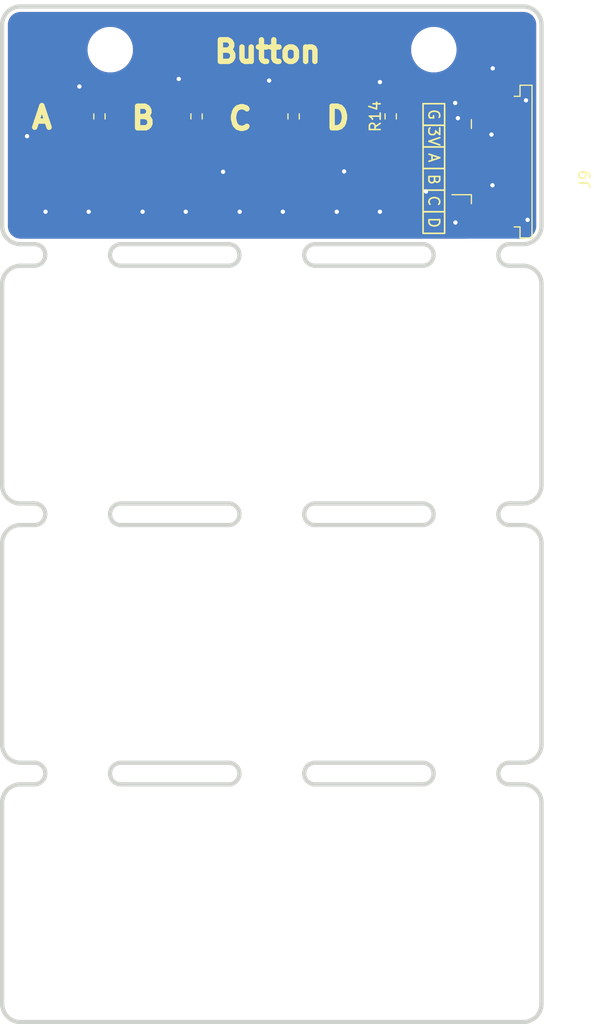
<source format=kicad_pcb>
(kicad_pcb (version 20211014) (generator pcbnew)
  (layers (0 "F.Cu" signal) (31 "B.Cu" signal) (34 "B.Paste" user) (35 "F.Paste" user) (36 "B.SilkS" user "B.Silkscreen") (37 "F.SilkS" user "F.Silkscreen") (38 "B.Mask" user) (39 "F.Mask" user) (44 "Edge.Cuts" user))
  (net 0 "")
  (net 1 "GND")
  (net 2 "+3V3")
  (net 3 "/Button A")
  (net 4 "/Button B")
  (net 5 "/Button C")
  (net 6 "/Button D")
  (footprint "MountingHole:drilled_0_3" (layer "F.Cu") (at 130 63.33)
    (fp_text reference "REF**" hide)
    (fp_text value "r" hide)
    (pad "" np_thru_hole circle (at 0 0) (size 0.5 0.5) (drill 0.5) (layers F&B.Cu *.Mask))
  )
  (footprint "MountingHole:drilled_0_3" (layer "F.Cu") (at 149 63.33)
    (fp_text reference "REF**" hide)
    (fp_text value "r" hide)
    (pad "" np_thru_hole circle (at 0 0) (size 0.5 0.5) (drill 0.5) (layers F&B.Cu *.Mask))
  )
  (footprint "Resistor_SMD:R_0603_1608Metric" (layer "F.Cu") (at 112.87 50.475 90)
    (fp_text reference "R4" hide)
    (fp_text value "10k")
    (fp_line (start -0.237258 0.5225) (end 0.237258 0.5225) (layer "F.SilkS") (width 0.12))
    (fp_line (start -0.237258 -0.5225) (end 0.237258 -0.5225) (layer "F.SilkS") (width 0.12))
    (pad "1" smd roundrect locked (at -0.825 0 90) (size 0.8 0.95) (layers "F.Cu" "F.Paste" "F.Mask") (net 3 "/Button A"))
    (pad "2" smd roundrect locked (at 0.825 0 90) (size 0.8 0.95) (layers "F.Cu" "F.Paste" "F.Mask") (net 2 "+3V3"))
  )
  (footprint "MountingHole:drilled_0_3" (layer "F.Cu") (at 108.74 63.33)
    (fp_text reference "REF**" hide)
    (fp_text value "r" hide)
    (pad "" np_thru_hole circle (at 0 0) (size 0.5 0.5) (drill 0.5) (layers F&B.Cu *.Mask))
  )
  (footprint "Button_Switch_SMD:SWITCH_2x3_SMD_TACTILE_GREEN" (layer "F.Cu") (at 136.87 55.45 -90)
    (fp_text reference "SW4")
    (fp_text value "SW_Push")
    (pad "1" smd rect (at -3.85 0 270) (size 1.5 1.2) (layers "F.Cu" "F.Paste" "F.Mask") (net 6 "/Button D"))
    (pad "2" smd rect (at 3.85 0 270) (size 1.5 1.2) (layers "F.Cu" "F.Paste" "F.Mask") (net 1 "GND"))
  )
  (footprint "MountingHole:drilled_0_3" (layer "F.Cu") (at 148 63.33)
    (fp_text reference "REF**" hide)
    (fp_text value "r" hide)
    (pad "" np_thru_hole circle (at 0 0) (size 0.5 0.5) (drill 0.5) (layers F&B.Cu *.Mask))
  )
  (footprint "Button_Switch_SMD:SWITCH_2x3_SMD_TACTILE_GREEN" (layer "F.Cu") (at 118.87 55.3 -90)
    (fp_text reference "SW2")
    (fp_text value "SW_Push")
    (pad "1" smd rect (at -3.85 0 270) (size 1.5 1.2) (layers "F.Cu" "F.Paste" "F.Mask") (net 4 "/Button B"))
    (pad "2" smd rect (at 3.85 0 270) (size 1.5 1.2) (layers "F.Cu" "F.Paste" "F.Mask") (net 1 "GND"))
  )
  (footprint "MountingHole:drilled_0_3" (layer "F.Cu") (at 129 63.33)
    (fp_text reference "REF**" hide)
    (fp_text value "r" hide)
    (pad "" np_thru_hole circle (at 0 0) (size 0.5 0.5) (drill 0.5) (layers F&B.Cu *.Mask))
  )
  (footprint "MountingHole:MountingHole_3.2mm_M3_ISO14580" (layer "F.Cu") (at 143.87 44.3)
    (fp_text reference "H1")
    (fp_text value "MountingHole")
    (pad "" np_thru_hole circle (at 0 0) (size 3.2 3.2) (drill 3.2) (layers *.Cu *.Mask))
  )
  (footprint "MountingHole:drilled_0_3" (layer "F.Cu") (at 111 63.33)
    (fp_text reference "REF**" hide)
    (fp_text value "r" hide)
    (pad "" np_thru_hole circle (at 0 0) (size 0.5 0.5) (drill 0.5) (layers F&B.Cu *.Mask))
  )
  (footprint "MountingHole:drilled_0_3" (layer "F.Cu") (at 144.74 63.33)
    (fp_text reference "REF**" hide)
    (fp_text value "r" hide)
    (pad "" np_thru_hole circle (at 0 0) (size 0.5 0.5) (drill 0.5) (layers F&B.Cu *.Mask))
  )
  (footprint "MountingHole:drilled_0_3" (layer "F.Cu") (at 110 63.33)
    (fp_text reference "REF**" hide)
    (fp_text value "r" hide)
    (pad "" np_thru_hole circle (at 0 0) (size 0.5 0.5) (drill 0.5) (layers F&B.Cu *.Mask))
  )
  (footprint "Resistor_SMD:R_0603_1608Metric" (layer "F.Cu") (at 139.87 50.475 90)
    (fp_text reference "R14" (at 0 -1.43 90) (layer "F.SilkS"))
    (fp_text value "10k")
    (fp_line (start -0.237258 0.5225) (end 0.237258 0.5225) (layer "F.SilkS") (width 0.12))
    (fp_line (start -0.237258 -0.5225) (end 0.237258 -0.5225) (layer "F.SilkS") (width 0.12))
    (pad "1" smd roundrect locked (at -0.825 0 90) (size 0.8 0.95) (layers "F.Cu" "F.Paste" "F.Mask") (net 6 "/Button D"))
    (pad "2" smd roundrect locked (at 0.825 0 90) (size 0.8 0.95) (layers "F.Cu" "F.Paste" "F.Mask") (net 2 "+3V3"))
  )
  (footprint "MountingHole:drilled_0_3" (layer "F.Cu") (at 128 63.33)
    (fp_text reference "REF**" hide)
    (fp_text value "r" hide)
    (pad "" np_thru_hole circle (at 0 0) (size 0.5 0.5) (drill 0.5) (layers F&B.Cu *.Mask))
  )
  (footprint "Connector_FFC-FPC:TE_84952-6_1x06-1MP_P1.0mm_Horizontal" (layer "F.Cu") (at 148.26 54.66 90)
    (fp_text reference "J9" (at -1.64 9.61 90) (layer "F.SilkS"))
    (fp_text value "Conn_01x06_MountingPin")
    (fp_line (start 7.07 3.6) (end 7.07 4.71) (layer "F.SilkS") (width 0.12))
    (fp_line (start 6.045 3.06) (end 6.045 3.6) (layer "F.SilkS") (width 0.12))
    (fp_line (start -3.89 -0.91) (end -3.065 -0.91) (layer "F.SilkS") (width 0.12))
    (fp_line (start 7.07 4.71) (end -7.07 4.71) (layer "F.SilkS") (width 0.12))
    (fp_line (start -3.065 -0.91) (end -3.065 -2.71) (layer "F.SilkS") (width 0.12))
    (fp_line (start -6.045 3.6) (end -6.045 3.06) (layer "F.SilkS") (width 0.12))
    (fp_line (start -7.07 4.71) (end -7.07 3.6) (layer "F.SilkS") (width 0.12))
    (fp_line (start 3.065 -0.91) (end 3.89 -0.91) (layer "F.SilkS") (width 0.12))
    (fp_line (start -7.07 3.6) (end -6.045 3.6) (layer "F.SilkS") (width 0.12))
    (fp_line (start 6.045 3.6) (end 7.07 3.6) (layer "F.SilkS") (width 0.12))
    (pad "1" smd rect locked (at -2.5 -1.8 90) (size 0.61 2) (layers "F.Cu" "F.Paste" "F.Mask") (net 3 "/Button A"))
    (pad "2" smd rect locked (at -1.5 -1.8 90) (size 0.61 2) (layers "F.Cu" "F.Paste" "F.Mask") (net 4 "/Button B"))
    (pad "3" smd rect locked (at -0.5 -1.8 90) (size 0.61 2) (layers "F.Cu" "F.Paste" "F.Mask") (net 5 "/Button C"))
    (pad "4" smd rect locked (at 0.5 -1.8 90) (size 0.61 2) (layers "F.Cu" "F.Paste" "F.Mask") (net 6 "/Button D"))
    (pad "5" smd rect locked (at 1.5 -1.8 90) (size 0.61 2) (layers "F.Cu" "F.Paste" "F.Mask") (net 2 "+3V3"))
    (pad "6" smd rect locked (at 2.5 -1.8 90) (size 0.61 2) (layers "F.Cu" "F.Paste" "F.Mask") (net 1 "GND"))
    (pad "MP" smd rect locked (at -5.49 1 90) (size 2.68 3.6) (layers "F.Cu" "F.Paste" "F.Mask") (net 1 "GND"))
    (pad "MP" smd rect locked (at 5.49 1 90) (size 2.68 3.6) (layers "F.Cu" "F.Paste" "F.Mask") (net 1 "GND"))
  )
  (footprint "MountingHole:drilled_0_3" (layer "F.Cu") (at 131 63.33)
    (fp_text reference "REF**" hide)
    (fp_text value "r" hide)
    (pad "" np_thru_hole circle (at 0 0) (size 0.5 0.5) (drill 0.5) (layers F&B.Cu *.Mask))
  )
  (footprint "MountingHole:drilled_0_3" (layer "F.Cu") (at 126.74 63.33)
    (fp_text reference "REF**" hide)
    (fp_text value "r" hide)
    (pad "" np_thru_hole circle (at 0 0) (size 0.5 0.5) (drill 0.5) (layers F&B.Cu *.Mask))
  )
  (footprint "MountingHole:MountingHole_3.2mm_M3_ISO14580" (layer "F.Cu") (at 113.87 44.3)
    (fp_text reference "H2")
    (fp_text value "MountingHole")
    (pad "" np_thru_hole circle (at 0 0) (size 3.2 3.2) (drill 3.2) (layers *.Cu *.Mask))
  )
  (footprint "MountingHole:drilled_0_3" (layer "F.Cu") (at 146 63.33)
    (fp_text reference "REF**" hide)
    (fp_text value "r" hide)
    (pad "" np_thru_hole circle (at 0 0) (size 0.5 0.5) (drill 0.5) (layers F&B.Cu *.Mask))
  )
  (footprint "Button_Switch_SMD:SWITCH_2x3_SMD_TACTILE_GREEN" (layer "F.Cu") (at 127.87 55.3 -90)
    (fp_text reference "SW3")
    (fp_text value "SW_Push")
    (pad "1" smd rect (at -3.85 0 270) (size 1.5 1.2) (layers "F.Cu" "F.Paste" "F.Mask") (net 5 "/Button C"))
    (pad "2" smd rect (at 3.85 0 270) (size 1.5 1.2) (layers "F.Cu" "F.Paste" "F.Mask") (net 1 "GND"))
  )
  (footprint "Button_Switch_SMD:SWITCH_2x3_SMD_TACTILE_GREEN" (layer "F.Cu") (at 109.87 55.3 -90)
    (fp_text reference "SW1")
    (fp_text value "SW_Push")
    (pad "1" smd rect (at -3.85 0 270) (size 1.5 1.2) (layers "F.Cu" "F.Paste" "F.Mask") (net 3 "/Button A"))
    (pad "2" smd rect (at 3.85 0 270) (size 1.5 1.2) (layers "F.Cu" "F.Paste" "F.Mask") (net 1 "GND"))
  )
  (footprint "Resistor_SMD:R_0603_1608Metric" (layer "F.Cu") (at 130.87 50.475 90)
    (fp_text reference "R11" hide)
    (fp_text value "10k")
    (fp_line (start -0.237258 -0.5225) (end 0.237258 -0.5225) (layer "F.SilkS") (width 0.12))
    (fp_line (start -0.237258 0.5225) (end 0.237258 0.5225) (layer "F.SilkS") (width 0.12))
    (pad "1" smd roundrect locked (at -0.825 0 90) (size 0.8 0.95) (layers "F.Cu" "F.Paste" "F.Mask") (net 5 "/Button C"))
    (pad "2" smd roundrect locked (at 0.825 0 90) (size 0.8 0.95) (layers "F.Cu" "F.Paste" "F.Mask") (net 2 "+3V3"))
  )
  (footprint "MountingHole:drilled_0_3" (layer "F.Cu") (at 147 63.33)
    (fp_text reference "REF**" hide)
    (fp_text value "r" hide)
    (pad "" np_thru_hole circle (at 0 0) (size 0.5 0.5) (drill 0.5) (layers F&B.Cu *.Mask))
  )
  (footprint "MountingHole:drilled_0_3" (layer "F.Cu") (at 112 63.33)
    (fp_text reference "REF**" hide)
    (fp_text value "r" hide)
    (pad "" np_thru_hole circle (at 0 0) (size 0.5 0.5) (drill 0.5) (layers F&B.Cu *.Mask))
  )
  (footprint "MountingHole:drilled_0_3" (layer "F.Cu") (at 113 63.33)
    (fp_text reference "REF**" hide)
    (fp_text value "r" hide)
    (pad "" np_thru_hole circle (at 0 0) (size 0.5 0.5) (drill 0.5) (layers F&B.Cu *.Mask))
  )
  (footprint "Resistor_SMD:R_0603_1608Metric" (layer "F.Cu") (at 121.87 50.475 90)
    (fp_text reference "R7" hide)
    (fp_text value "10k")
    (fp_line (start -0.237258 -0.5225) (end 0.237258 -0.5225) (layer "F.SilkS") (width 0.12))
    (fp_line (start -0.237258 0.5225) (end 0.237258 0.5225) (layer "F.SilkS") (width 0.12))
    (pad "1" smd roundrect locked (at -0.825 0 90) (size 0.8 0.95) (layers "F.Cu" "F.Paste" "F.Mask") (net 4 "/Button B"))
    (pad "2" smd roundrect locked (at 0.825 0 90) (size 0.8 0.95) (layers "F.Cu" "F.Paste" "F.Mask") (net 2 "+3V3"))
  )
  (gr_rect (start 142.87 53.3) (end 144.87 55.3) (layer "F.SilkS") (width 0.15) (fill none))
  (gr_rect (start 142.87 57.3) (end 144.87 59.3) (layer "F.SilkS") (width 0.15) (fill none))
  (gr_rect (start 142.87 51.3) (end 144.87 53.3) (layer "F.SilkS") (width 0.15) (fill none))
  (gr_rect (start 142.87 55.3) (end 144.87 57.3) (layer "F.SilkS") (width 0.15) (fill none))
  (gr_rect (start 142.87 49.3) (end 144.87 51.3) (layer "F.SilkS") (width 0.15) (fill none))
  (gr_rect (start 142.87 59.3) (end 144.87 61.3) (layer "F.SilkS") (width 0.15) (fill none))
  (gr_arc (start 152.16005 64.3) (mid 153.355025 64.794975) (end 153.85 65.98995) (layer "Edge.Cuts") (width 0.4))
  (gr_arc (start 153.85 132.61005) (mid 153.355025 133.805025) (end 152.16005 134.3) (layer "Edge.Cuts") (width 0.4))
  (gr_arc (start 153.85 108.61005) (mid 153.355025 109.805025) (end 152.16005 110.3) (layer "Edge.Cuts") (width 0.4))
  (gr_line (start 105.53995 134.3) (end 152.16005 134.3) (layer "Edge.Cuts") (width 0.4))
  (gr_arc (start 105.53995 110.3) (mid 104.344975 109.805025) (end 103.85 108.61005) (layer "Edge.Cuts") (width 0.4))
  (gr_arc (start 142.85 86.3) (mid 143.85 87.3) (end 142.85 88.3) (layer "Edge.Cuts") (width 0.4))
  (gr_arc (start 152.16005 112.3) (mid 153.355025 112.794975) (end 153.85 113.98995) (layer "Edge.Cuts") (width 0.4))
  (gr_arc (start 132.85 64.3) (mid 131.85 63.3) (end 132.85 62.3) (layer "Edge.Cuts") (width 0.4))
  (gr_line (start 103.85 89.98995) (end 103.85 108.61005) (layer "Edge.Cuts") (width 0.4))
  (gr_line (start 114.85 62.3) (end 124.85 62.3) (layer "Edge.Cuts") (width 0.4))
  (gr_arc (start 103.85 65.98995) (mid 104.344975 64.794975) (end 105.53995 64.3) (layer "Edge.Cuts") (width 0.4))
  (gr_line (start 153.85 84.61005) (end 153.85 65.98995) (layer "Edge.Cuts") (width 0.4))
  (gr_arc (start 132.85 88.3) (mid 131.85 87.3) (end 132.85 86.3) (layer "Edge.Cuts") (width 0.4))
  (gr_line (start 132.85 110.3) (end 142.85 110.3) (layer "Edge.Cuts") (width 0.4))
  (gr_line (start 152.16005 112.3) (end 150.85 112.3) (layer "Edge.Cuts") (width 0.4))
  (gr_line (start 103.85 41.98995) (end 103.85 60.61005) (layer "Edge.Cuts") (width 0.4))
  (gr_arc (start 142.85 62.3) (mid 143.85 63.3) (end 142.85 64.3) (layer "Edge.Cuts") (width 0.4))
  (gr_line (start 152.16005 40.3) (end 105.53995 40.3) (layer "Edge.Cuts") (width 0.4))
  (gr_arc (start 150.85 64.3) (mid 149.85 63.3) (end 150.85 62.3) (layer "Edge.Cuts") (width 0.4))
  (gr_line (start 132.85 86.3) (end 142.85 86.3) (layer "Edge.Cuts") (width 0.4))
  (gr_arc (start 114.85 88.3) (mid 113.85 87.3) (end 114.85 86.3) (layer "Edge.Cuts") (width 0.4))
  (gr_line (start 124.85 88.3) (end 114.85 88.3) (layer "Edge.Cuts") (width 0.4))
  (gr_arc (start 105.53995 62.3) (mid 104.344975 61.805025) (end 103.85 60.61005) (layer "Edge.Cuts") (width 0.4))
  (gr_arc (start 150.85 88.3) (mid 149.85 87.3) (end 150.85 86.3) (layer "Edge.Cuts") (width 0.4))
  (gr_arc (start 103.85 89.98995) (mid 104.344975 88.794975) (end 105.53995 88.3) (layer "Edge.Cuts") (width 0.4))
  (gr_arc (start 150.85 112.3) (mid 149.85 111.3) (end 150.85 110.3) (layer "Edge.Cuts") (width 0.4))
  (gr_line (start 150.85 110.3) (end 152.16005 110.3) (layer "Edge.Cuts") (width 0.4))
  (gr_line (start 153.85 60.61005) (end 153.85 41.98995) (layer "Edge.Cuts") (width 0.4))
  (gr_arc (start 124.85 62.3) (mid 125.85 63.3) (end 124.85 64.3) (layer "Edge.Cuts") (width 0.4))
  (gr_line (start 105.53995 86.3) (end 106.85 86.3) (layer "Edge.Cuts") (width 0.4))
  (gr_arc (start 132.85 112.3) (mid 131.85 111.3) (end 132.85 110.3) (layer "Edge.Cuts") (width 0.4))
  (gr_line (start 105.53995 62.3) (end 106.85 62.3) (layer "Edge.Cuts") (width 0.4))
  (gr_line (start 142.85 88.3) (end 132.85 88.3) (layer "Edge.Cuts") (width 0.4))
  (gr_line (start 153.85 132.61005) (end 153.85 113.98995) (layer "Edge.Cuts") (width 0.4))
  (gr_line (start 153.85 108.61005) (end 153.85 89.98995) (layer "Edge.Cuts") (width 0.4))
  (gr_line (start 150.85 86.3) (end 152.16005 86.3) (layer "Edge.Cuts") (width 0.4))
  (gr_arc (start 103.85 41.98995) (mid 104.344975 40.794975) (end 105.53995 40.3) (layer "Edge.Cuts") (width 0.4))
  (gr_arc (start 114.85 64.3) (mid 113.85 63.3) (end 114.85 62.3) (layer "Edge.Cuts") (width 0.4))
  (gr_arc (start 106.85 110.3) (mid 107.85 111.3) (end 106.85 112.3) (layer "Edge.Cuts") (width 0.4))
  (gr_line (start 152.16005 64.3) (end 150.85 64.3) (layer "Edge.Cuts") (width 0.4))
  (gr_line (start 124.85 64.3) (end 114.85 64.3) (layer "Edge.Cuts") (width 0.4))
  (gr_line (start 103.85 65.98995) (end 103.85 84.61005) (layer "Edge.Cuts") (width 0.4))
  (gr_arc (start 153.85 60.61005) (mid 153.355025 61.805025) (end 152.16005 62.3) (layer "Edge.Cuts") (width 0.4))
  (gr_arc (start 124.85 86.3) (mid 125.85 87.3) (end 124.85 88.3) (layer "Edge.Cuts") (width 0.4))
  (gr_arc (start 105.53995 86.3) (mid 104.344975 85.805025) (end 103.85 84.61005) (layer "Edge.Cuts") (width 0.4))
  (gr_arc (start 153.85 84.61005) (mid 153.355025 85.805025) (end 152.16005 86.3) (layer "Edge.Cuts") (width 0.4))
  (gr_line (start 124.85 112.3) (end 114.85 112.3) (layer "Edge.Cuts") (width 0.4))
  (gr_line (start 142.85 64.3) (end 132.85 64.3) (layer "Edge.Cuts") (width 0.4))
  (gr_arc (start 106.85 86.3) (mid 107.85 87.3) (end 106.85 88.3) (layer "Edge.Cuts") (width 0.4))
  (gr_line (start 114.85 110.3) (end 124.85 110.3) (layer "Edge.Cuts") (width 0.4))
  (gr_line (start 103.85 113.98995) (end 103.85 132.61005) (layer "Edge.Cuts") (width 0.4))
  (gr_line (start 132.85 62.3) (end 142.85 62.3) (layer "Edge.Cuts") (width 0.4))
  (gr_arc (start 152.16005 40.3) (mid 153.355025 40.794975) (end 153.85 41.98995) (layer "Edge.Cuts") (width 0.4))
  (gr_arc (start 103.85 113.98995) (mid 104.344975 112.794975) (end 105.53995 112.3) (layer "Edge.Cuts") (width 0.4))
  (gr_line (start 150.85 62.3) (end 152.16005 62.3) (layer "Edge.Cuts") (width 0.4))
  (gr_arc (start 152.16005 88.3) (mid 153.355025 88.794975) (end 153.85 89.98995) (layer "Edge.Cuts") (width 0.4))
  (gr_line (start 142.85 112.3) (end 132.85 112.3) (layer "Edge.Cuts") (width 0.4))
  (gr_arc (start 124.85 110.3) (mid 125.85 111.3) (end 124.85 112.3) (layer "Edge.Cuts") (width 0.4))
  (gr_line (start 106.85 64.3) (end 105.53995 64.3) (layer "Edge.Cuts") (width 0.4))
  (gr_line (start 114.85 86.3) (end 124.85 86.3) (layer "Edge.Cuts") (width 0.4))
  (gr_arc (start 105.53995 134.3) (mid 104.344975 133.805025) (end 103.85 132.61005) (layer "Edge.Cuts") (width 0.4))
  (gr_line (start 106.85 88.3) (end 105.53995 88.3) (layer "Edge.Cuts") (width 0.4))
  (gr_arc (start 142.85 110.3) (mid 143.85 111.3) (end 142.85 112.3) (layer "Edge.Cuts") (width 0.4))
  (gr_line (start 106.85 112.3) (end 105.53995 112.3) (layer "Edge.Cuts") (width 0.4))
  (gr_line (start 152.16005 88.3) (end 150.85 88.3) (layer "Edge.Cuts") (width 0.4))
  (gr_arc (start 106.85 62.3) (mid 107.85 63.3) (end 106.85 64.3) (layer "Edge.Cuts") (width 0.4))
  (gr_line (start 105.53995 110.3) (end 106.85 110.3) (layer "Edge.Cuts") (width 0.4))
  (gr_arc (start 114.85 112.3) (mid 113.85 111.3) (end 114.85 110.3) (layer "Edge.Cuts") (width 0.4))
  (gr_text "A" (at 143.87 54.3 270) (layer "F.SilkS") (effects (font (size 1 1))))
  (gr_text "B" (at 116.9304 50.6308) (layer "F.SilkS") (effects (font (size 2 2) (thickness 0.5))))
  (gr_text "D" (at 143.87 60.3 270) (layer "F.SilkS") (effects (font (size 1 1))))
  (gr_text "B" (at 143.87 56.3 270) (layer "F.SilkS") (effects (font (size 1 1))))
  (gr_text "Button" (at 128.462 44.484) (layer "F.SilkS") (effects (font (size 2 2) (thickness 0.5))))
  (gr_text "G" (at 143.87 50.3 270) (layer "F.SilkS") (effects (font (size 1 1))))
  (gr_text "3V" (at 143.87 52.3 270) (layer "F.SilkS") (effects (font (size 1 1))))
  (gr_text "C" (at 143.87 58.3 270) (layer "F.SilkS") (effects (font (size 1 1))))
  (gr_text "C" (at 125.922 50.6816) (layer "F.SilkS") (effects (font (size 2 2) (thickness 0.5))))
  (gr_text "A" (at 107.5324 50.58) (layer "F.SilkS") (effects (font (size 2 2) (thickness 0.5))))
  (gr_text "D" (at 134.9644 50.6308) (layer "F.SilkS") (effects (font (size 2 2) (thickness 0.5))))
  (via (at 107.87 59.3) (size 0.8) (drill 0.4) (layers "F.Cu" "B.Cu") (net 1))
  (via (at 128.6 47.16) (size 0.8) (drill 0.4) (layers "F.Cu" "B.Cu") (net 1))
  (via (at 138.87 59.3) (size 0.8) (drill 0.4) (layers "F.Cu" "B.Cu") (net 1))
  (via (at 138.87 47.3) (size 0.8) (drill 0.4) (layers "F.Cu" "B.Cu") (net 1))
  (via (at 129.87 59.3) (size 0.8) (drill 0.4) (layers "F.Cu" "B.Cu") (net 1))
  (via (at 125.87 59.3) (size 0.8) (drill 0.4) (layers "F.Cu" "B.Cu") (net 1))
  (via (at 120.87 59.3) (size 0.8) (drill 0.4) (layers "F.Cu" "B.Cu") (net 1))
  (via (at 106.1608 52.3072) (size 0.8) (drill 0.4) (layers "F.Cu" "B.Cu") (net 1))
  (via (at 149.21 52.16) (size 0.8) (drill 0.4) (layers "F.Cu" "B.Cu") (net 1))
  (via (at 143.14 57.43) (size 0.8) (drill 0.4) (layers "F.Cu" "B.Cu") (net 1))
  (via (at 145.87 60.3) (size 0.8) (drill 0.4) (layers "F.Cu" "B.Cu") (net 1))
  (via (at 124.33 55.6) (size 0.8) (drill 0.4) (layers "F.Cu" "B.Cu") (net 1))
  (via (at 120.22 47.01) (size 0.8) (drill 0.4) (layers "F.Cu" "B.Cu") (net 1))
  (via (at 111.01 47.71) (size 0.8) (drill 0.4) (layers "F.Cu" "B.Cu") (net 1))
  (via (at 116.87 59.3) (size 0.8) (drill 0.4) (layers "F.Cu" "B.Cu") (net 1))
  (via (at 149.33 46.03) (size 0.8) (drill 0.4) (layers "F.Cu" "B.Cu") (net 1))
  (via (at 135.55 55.57) (size 0.8) (drill 0.4) (layers "F.Cu" "B.Cu") (net 1))
  (via (at 152.41 48.99) (size 0.8) (drill 0.4) (layers "F.Cu" "B.Cu") (net 1))
  (via (at 134.87 59.3) (size 0.8) (drill 0.4) (layers "F.Cu" "B.Cu") (net 1))
  (via (at 146.1 50.64) (size 0.8) (drill 0.4) (layers "F.Cu" "B.Cu") (net 1))
  (via (at 149.3 56.85) (size 0.8) (drill 0.4) (layers "F.Cu" "B.Cu") (net 1))
  (via (at 145.85 49.23) (size 0.8) (drill 0.4) (layers "F.Cu" "B.Cu") (net 1))
  (via (at 152.56 60.05) (size 0.8) (drill 0.4) (layers "F.Cu" "B.Cu") (net 1))
  (via (at 111.87 59.3) (size 0.8) (drill 0.4) (layers "F.Cu" "B.Cu") (net 1))
  (segment (start 144.59 53.16) (end 146.46 53.16) (width 0.25) (layer "F.Cu") (net 2))
  (segment (start 130.87 49.65) (end 139.87 49.65) (width 0.25) (layer "F.Cu") (net 2))
  (segment (start 121.87 49.65) (end 130.87 49.65) (width 0.25) (layer "F.Cu") (net 2))
  (segment (start 139.87 49.65) (end 141.08 49.65) (width 0.25) (layer "F.Cu") (net 2))
  (segment (start 141.08 49.65) (end 144.59 53.16) (width 0.25) (layer "F.Cu") (net 2))
  (segment (start 112.87 49.65) (end 121.87 49.65) (width 0.25) (layer "F.Cu") (net 2))
  (segment (start 112.87 52.09) (end 114.85 54.07) (width 0.25) (layer "F.Cu") (net 3))
  (segment (start 109.87 51.45) (end 112.72 51.45) (width 0.25) (layer "F.Cu") (net 3))
  (segment (start 112.87 51.3) (end 112.87 52.09) (width 0.25) (layer "F.Cu") (net 3))
  (segment (start 145.05 57.16) (end 146.46 57.16) (width 0.25) (layer "F.Cu") (net 3))
  (segment (start 141.96 54.07) (end 145.05 57.16) (width 0.25) (layer "F.Cu") (net 3))
  (segment (start 112.72 51.45) (end 112.87 51.3) (width 0.25) (layer "F.Cu") (net 3))
  (segment (start 114.85 54.07) (end 141.96 54.07) (width 0.25) (layer "F.Cu") (net 3))
  (segment (start 118.87 51.45) (end 121.72 51.45) (width 0.25) (layer "F.Cu") (net 4))
  (segment (start 121.72 51.45) (end 121.87 51.3) (width 0.25) (layer "F.Cu") (net 4))
  (segment (start 121.87 51.3) (end 121.87 52.07) (width 0.25) (layer "F.Cu") (net 4))
  (segment (start 142.146194 53.62049) (end 144.685704 56.16) (width 0.25) (layer "F.Cu") (net 4))
  (segment (start 121.87 52.07) (end 123.420489 53.620489) (width 0.25) (layer "F.Cu") (net 4))
  (segment (start 123.420489 53.620489) (end 142.146194 53.62049) (width 0.25) (layer "F.Cu") (net 4))
  (segment (start 144.685704 56.16) (end 146.46 56.16) (width 0.25) (layer "F.Cu") (net 4))
  (segment (start 130.87 51.3) (end 130.87 52.27) (width 0.25) (layer "F.Cu") (net 5))
  (segment (start 142.332388 53.17098) (end 144.321408 55.16) (width 0.25) (layer "F.Cu") (net 5))
  (segment (start 127.87 51.45) (end 130.72 51.45) (width 0.25) (layer "F.Cu") (net 5))
  (segment (start 144.321408 55.16) (end 146.46 55.16) (width 0.25) (layer "F.Cu") (net 5))
  (segment (start 130.87 52.27) (end 131.770978 53.170978) (width 0.25) (layer "F.Cu") (net 5))
  (segment (start 130.72 51.45) (end 130.87 51.3) (width 0.25) (layer "F.Cu") (net 5))
  (segment (start 131.770978 53.170978) (end 142.332388 53.17098) (width 0.25) (layer "F.Cu") (net 5))
  (segment (start 143.96 54.16) (end 146.46 54.16) (width 0.25) (layer "F.Cu") (net 6))
  (segment (start 139.87 51.3) (end 141.1 51.3) (width 0.25) (layer "F.Cu") (net 6))
  (segment (start 141.1 51.3) (end 143.96 54.16) (width 0.25) (layer "F.Cu") (net 6))
  (segment (start 136.87 51.6) (end 139.57 51.6) (width 0.25) (layer "F.Cu") (net 6))
  (segment (start 139.57 51.6) (end 139.87 51.3) (width 0.25) (layer "F.Cu") (net 6))
  (zone (net 1) (net_name "GND") (layer "F.Cu") (connect_pads (clearance 0.508)) (min_thickness 0.254) (fill yes (thermal_gap 0.508) (thermal_bridge_width 0.508))
    (polygon (pts (xy 153.87 62.3) (xy 103.87 62.3) (xy 103.87 40.3) (xy 153.87 40.3)))
  )
  (zone (net 1) (net_name "GND") (layer "B.Cu") (connect_pads (clearance 0.508)) (min_thickness 0.254) (fill yes (thermal_gap 0.508) (thermal_bridge_width 0.508))
    (polygon (pts (xy 153.87 62.3) (xy 103.87 62.3) (xy 103.87 40.3) (xy 153.87 40.3)))
  )
)
</source>
